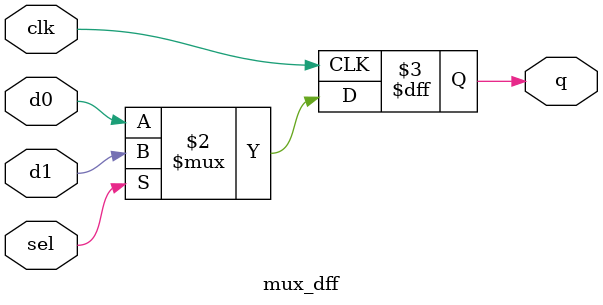
<source format=sv>
module mux_dff (
    input clk, sel,
    input d0, d1,
    output reg q
);
always @(posedge clk) begin
    q <= sel ? d1 : d0;
end
endmodule
</source>
